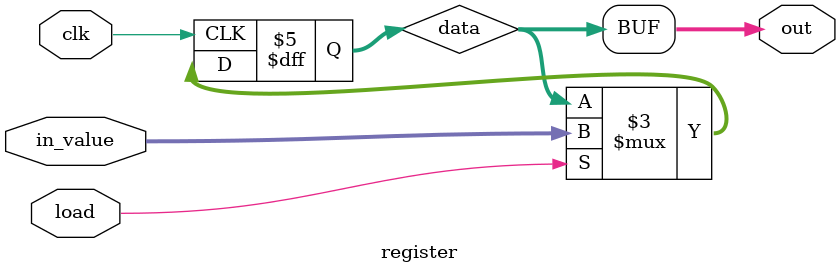
<source format=v>
module register(output [15:0] out,
                input clk,
                input [15:0] in_value,
                input wire load);
    reg [15:0] data;

    always @(posedge(clk)) begin
        if (load) begin
            data = in_value;
        end
    end

    assign out = data;
endmodule
</source>
